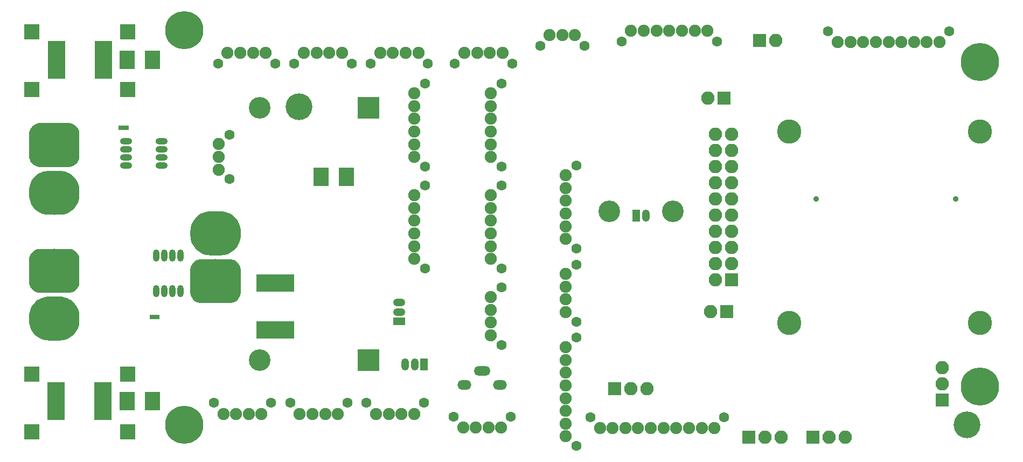
<source format=gbs>
G04 #@! TF.GenerationSoftware,KiCad,Pcbnew,(2017-08-27 revision e3c64f1f0)-makepkg*
G04 #@! TF.CreationDate,2017-09-07T11:52:54+02:00*
G04 #@! TF.ProjectId,Breakout-Platine-Cube,427265616B6F75742D506C6174696E65,rev?*
G04 #@! TF.SameCoordinates,Original*
G04 #@! TF.FileFunction,Soldermask,Bot*
G04 #@! TF.FilePolarity,Negative*
%FSLAX46Y46*%
G04 Gerber Fmt 4.6, Leading zero omitted, Abs format (unit mm)*
G04 Created by KiCad (PCBNEW (2017-08-27 revision e3c64f1f0)-makepkg) date 09/07/17 11:52:54*
%MOMM*%
%LPD*%
G01*
G04 APERTURE LIST*
%ADD10C,1.600000*%
%ADD11C,1.900000*%
%ADD12C,6.000000*%
%ADD13R,0.850000X0.800000*%
%ADD14O,1.900000X1.200000*%
%ADD15R,1.900000X1.200000*%
%ADD16C,4.200000*%
%ADD17C,0.900000*%
%ADD18C,3.800000*%
%ADD19O,1.009600X1.873200*%
%ADD20O,1.200000X1.900000*%
%ADD21R,1.200000X1.900000*%
%ADD22C,3.400000*%
%ADD23R,2.100000X2.100000*%
%ADD24O,2.100000X2.100000*%
%ADD25R,2.400000X2.900000*%
%ADD26R,6.000000X2.700000*%
%ADD27R,2.700000X6.000000*%
%ADD28O,2.600000X1.500000*%
%ADD29O,2.200000X1.500000*%
%ADD30C,0.100000*%
%ADD31C,6.900000*%
%ADD32R,3.400000X3.400000*%
%ADD33R,2.400000X2.400000*%
%ADD34O,1.873200X1.009600*%
G04 APERTURE END LIST*
D10*
X238845618Y-140722266D03*
X238845618Y-131722266D03*
D11*
X237145618Y-139222266D03*
X237145618Y-137222266D03*
X237145618Y-135222266D03*
X237145618Y-133222266D03*
D12*
X189000000Y-153300000D03*
X189000000Y-91300000D03*
X314000000Y-96300000D03*
X314000000Y-147300000D03*
D13*
X184640000Y-136330000D03*
X183940000Y-136330000D03*
X179800000Y-106650000D03*
X179100000Y-106650000D03*
D14*
X222730000Y-134060000D03*
X222730000Y-135560000D03*
D15*
X222730000Y-137060000D03*
D16*
X207000000Y-103300000D03*
X312000000Y-153300000D03*
D17*
X288250832Y-117850000D03*
X310250832Y-117850000D03*
D18*
X314050000Y-107250000D03*
X284050000Y-107250000D03*
X314050000Y-137250000D03*
X284050000Y-137250000D03*
D10*
X250600000Y-137100000D03*
X250600000Y-128100000D03*
D11*
X248900000Y-135600000D03*
X248900000Y-133600000D03*
X248900000Y-131600000D03*
X248900000Y-129600000D03*
D19*
X184550000Y-126700000D03*
X185820000Y-126700000D03*
X187090000Y-126700000D03*
X188360000Y-126700000D03*
X188360000Y-132288000D03*
X187090000Y-132288000D03*
X185820000Y-132288000D03*
X184550000Y-132288000D03*
D11*
X248900000Y-124100000D03*
X248900000Y-122100000D03*
D10*
X250600000Y-125600000D03*
X250600000Y-112600000D03*
D11*
X248900000Y-120100000D03*
X248900000Y-118100000D03*
X248900000Y-116100000D03*
X248900000Y-114100000D03*
X272300000Y-153800000D03*
X268300000Y-153800000D03*
X270300000Y-153800000D03*
X264300000Y-153800000D03*
X266300000Y-153800000D03*
X262300000Y-153800000D03*
D10*
X273800000Y-152100000D03*
X252800000Y-152100000D03*
D11*
X260300000Y-153800000D03*
X258300000Y-153800000D03*
X256300000Y-153800000D03*
X254300000Y-153800000D03*
X248900000Y-155100000D03*
X248900000Y-151100000D03*
X248900000Y-153100000D03*
X248900000Y-149100000D03*
D10*
X250600000Y-156600000D03*
X250600000Y-139600000D03*
D11*
X248900000Y-147100000D03*
X248900000Y-145100000D03*
X248900000Y-143100000D03*
X248900000Y-141100000D03*
D20*
X223695618Y-143772266D03*
X225195618Y-143772266D03*
D21*
X226695618Y-143772266D03*
D10*
X244900000Y-93800000D03*
X251900000Y-93800000D03*
D11*
X246400000Y-92100000D03*
X248400000Y-92100000D03*
X250400000Y-92100000D03*
D10*
X196100000Y-114700000D03*
X196100000Y-107700000D03*
D11*
X194400000Y-113200000D03*
X194400000Y-111200000D03*
X194400000Y-109200000D03*
X225145618Y-111222266D03*
X225145618Y-109222266D03*
D10*
X226845618Y-112722266D03*
X226845618Y-99722266D03*
D11*
X225145618Y-107222266D03*
X225145618Y-105222266D03*
X225145618Y-103222266D03*
X225145618Y-101222266D03*
X237145618Y-111222266D03*
X237145618Y-109222266D03*
D10*
X238845618Y-112722266D03*
X238845618Y-99722266D03*
D11*
X237145618Y-107222266D03*
X237145618Y-105222266D03*
X237145618Y-103222266D03*
X237145618Y-101222266D03*
X237145618Y-127222266D03*
X237145618Y-125222266D03*
D10*
X238845618Y-128722266D03*
X238845618Y-115722266D03*
D11*
X237145618Y-123222266D03*
X237145618Y-121222266D03*
X237145618Y-119222266D03*
X237145618Y-117222266D03*
X225145618Y-127222266D03*
X225145618Y-125222266D03*
D10*
X226845618Y-128722266D03*
X226845618Y-115722266D03*
D11*
X225145618Y-123222266D03*
X225145618Y-121222266D03*
X225145618Y-119222266D03*
X225145618Y-117222266D03*
D10*
X226622266Y-149854382D03*
X217622266Y-149854382D03*
D11*
X225122266Y-151554382D03*
X223122266Y-151554382D03*
X221122266Y-151554382D03*
X219122266Y-151554382D03*
D10*
X231500000Y-96600000D03*
X240500000Y-96600000D03*
D11*
X233000000Y-94900000D03*
X235000000Y-94900000D03*
X237000000Y-94900000D03*
X239000000Y-94900000D03*
D10*
X194277734Y-96545618D03*
X203277734Y-96545618D03*
D11*
X195777734Y-94845618D03*
X197777734Y-94845618D03*
X199777734Y-94845618D03*
X201777734Y-94845618D03*
D10*
X202622266Y-149854382D03*
X193622266Y-149854382D03*
D11*
X201122266Y-151554382D03*
X199122266Y-151554382D03*
X197122266Y-151554382D03*
X195122266Y-151554382D03*
D10*
X218277734Y-96545618D03*
X227277734Y-96545618D03*
D11*
X219777734Y-94845618D03*
X221777734Y-94845618D03*
X223777734Y-94845618D03*
X225777734Y-94845618D03*
D10*
X240300000Y-152000000D03*
X231300000Y-152000000D03*
D11*
X238800000Y-153700000D03*
X236800000Y-153700000D03*
X234800000Y-153700000D03*
X232800000Y-153700000D03*
D10*
X206277734Y-96545618D03*
X215277734Y-96545618D03*
D11*
X207777734Y-94845618D03*
X209777734Y-94845618D03*
X211777734Y-94845618D03*
X213777734Y-94845618D03*
D10*
X214622266Y-149854382D03*
X205622266Y-149854382D03*
D11*
X213122266Y-151554382D03*
X211122266Y-151554382D03*
X209122266Y-151554382D03*
X207122266Y-151554382D03*
D22*
X255750000Y-119750000D03*
X265750000Y-119750000D03*
D23*
X273790000Y-102000000D03*
D24*
X271250000Y-102000000D03*
D25*
X214500000Y-114300000D03*
X210500000Y-114300000D03*
X180000000Y-149600000D03*
X184000000Y-149600000D03*
X184000000Y-96000000D03*
X180000000Y-96000000D03*
D26*
X203290000Y-138390000D03*
X203290000Y-130990000D03*
D27*
X176200000Y-149600000D03*
X168800000Y-149600000D03*
X168900000Y-96000000D03*
X176300000Y-96000000D03*
D28*
X235800000Y-144850000D03*
D29*
X233000000Y-147000000D03*
X238600000Y-147000000D03*
D24*
X272460000Y-107640000D03*
X275000000Y-107640000D03*
X272460000Y-110180000D03*
X275000000Y-110180000D03*
X272460000Y-112720000D03*
X275000000Y-112720000D03*
X272460000Y-115260000D03*
X275000000Y-115260000D03*
X272460000Y-117800000D03*
X275000000Y-117800000D03*
X272460000Y-120340000D03*
X275000000Y-120340000D03*
X272460000Y-122880000D03*
X275000000Y-122880000D03*
X272460000Y-125420000D03*
X275000000Y-125420000D03*
X272460000Y-127960000D03*
X275000000Y-127960000D03*
X272460000Y-130500000D03*
D23*
X275000000Y-130500000D03*
D24*
X271710000Y-135500000D03*
D23*
X274250000Y-135500000D03*
D24*
X261740000Y-147600000D03*
X259200000Y-147600000D03*
D23*
X256660000Y-147600000D03*
D30*
G36*
X195039343Y-119784951D02*
X195340755Y-119829662D01*
X195636334Y-119903700D01*
X195923232Y-120006354D01*
X196198687Y-120136634D01*
X196460046Y-120293287D01*
X196704791Y-120474803D01*
X196930567Y-120679433D01*
X197135197Y-120905209D01*
X197316713Y-121149954D01*
X197473366Y-121411313D01*
X197603646Y-121686768D01*
X197706300Y-121973666D01*
X197780338Y-122269245D01*
X197825049Y-122570657D01*
X197840000Y-122875000D01*
X197840000Y-123565000D01*
X197825049Y-123869343D01*
X197780338Y-124170755D01*
X197706300Y-124466334D01*
X197603646Y-124753232D01*
X197473366Y-125028687D01*
X197316713Y-125290046D01*
X197135197Y-125534791D01*
X196930567Y-125760567D01*
X196704791Y-125965197D01*
X196460046Y-126146713D01*
X196198687Y-126303366D01*
X195923232Y-126433646D01*
X195636334Y-126536300D01*
X195340755Y-126610338D01*
X195039343Y-126655049D01*
X194735000Y-126670000D01*
X193045000Y-126670000D01*
X192740657Y-126655049D01*
X192439245Y-126610338D01*
X192143666Y-126536300D01*
X191856768Y-126433646D01*
X191581313Y-126303366D01*
X191319954Y-126146713D01*
X191075209Y-125965197D01*
X190849433Y-125760567D01*
X190644803Y-125534791D01*
X190463287Y-125290046D01*
X190306634Y-125028687D01*
X190176354Y-124753232D01*
X190073700Y-124466334D01*
X189999662Y-124170755D01*
X189954951Y-123869343D01*
X189940000Y-123565000D01*
X189940000Y-122875000D01*
X189954951Y-122570657D01*
X189999662Y-122269245D01*
X190073700Y-121973666D01*
X190176354Y-121686768D01*
X190306634Y-121411313D01*
X190463287Y-121149954D01*
X190644803Y-120905209D01*
X190849433Y-120679433D01*
X191075209Y-120474803D01*
X191319954Y-120293287D01*
X191581313Y-120136634D01*
X191856768Y-120006354D01*
X192143666Y-119903700D01*
X192439245Y-119829662D01*
X192740657Y-119784951D01*
X193045000Y-119770000D01*
X194735000Y-119770000D01*
X195039343Y-119784951D01*
X195039343Y-119784951D01*
G37*
D31*
X193890000Y-123220000D03*
D30*
G36*
X196284080Y-127278306D02*
X196451531Y-127303145D01*
X196615741Y-127344278D01*
X196775129Y-127401308D01*
X196928159Y-127473686D01*
X197073359Y-127560715D01*
X197209328Y-127661557D01*
X197334759Y-127775241D01*
X197448443Y-127900672D01*
X197549285Y-128036641D01*
X197636314Y-128181841D01*
X197708692Y-128334871D01*
X197765722Y-128494259D01*
X197806855Y-128658469D01*
X197831694Y-128825920D01*
X197840000Y-128995000D01*
X197840000Y-132445000D01*
X197831694Y-132614080D01*
X197806855Y-132781531D01*
X197765722Y-132945741D01*
X197708692Y-133105129D01*
X197636314Y-133258159D01*
X197549285Y-133403359D01*
X197448443Y-133539328D01*
X197334759Y-133664759D01*
X197209328Y-133778443D01*
X197073359Y-133879285D01*
X196928159Y-133966314D01*
X196775129Y-134038692D01*
X196615741Y-134095722D01*
X196451531Y-134136855D01*
X196284080Y-134161694D01*
X196115000Y-134170000D01*
X191665000Y-134170000D01*
X191495920Y-134161694D01*
X191328469Y-134136855D01*
X191164259Y-134095722D01*
X191004871Y-134038692D01*
X190851841Y-133966314D01*
X190706641Y-133879285D01*
X190570672Y-133778443D01*
X190445241Y-133664759D01*
X190331557Y-133539328D01*
X190230715Y-133403359D01*
X190143686Y-133258159D01*
X190071308Y-133105129D01*
X190014278Y-132945741D01*
X189973145Y-132781531D01*
X189948306Y-132614080D01*
X189940000Y-132445000D01*
X189940000Y-128995000D01*
X189948306Y-128825920D01*
X189973145Y-128658469D01*
X190014278Y-128494259D01*
X190071308Y-128334871D01*
X190143686Y-128181841D01*
X190230715Y-128036641D01*
X190331557Y-127900672D01*
X190445241Y-127775241D01*
X190570672Y-127661557D01*
X190706641Y-127560715D01*
X190851841Y-127473686D01*
X191004871Y-127401308D01*
X191164259Y-127344278D01*
X191328469Y-127303145D01*
X191495920Y-127278306D01*
X191665000Y-127270000D01*
X196115000Y-127270000D01*
X196284080Y-127278306D01*
X196284080Y-127278306D01*
G37*
D31*
X193890000Y-130720000D03*
D30*
G36*
X169699343Y-113414951D02*
X170000755Y-113459662D01*
X170296334Y-113533700D01*
X170583232Y-113636354D01*
X170858687Y-113766634D01*
X171120046Y-113923287D01*
X171364791Y-114104803D01*
X171590567Y-114309433D01*
X171795197Y-114535209D01*
X171976713Y-114779954D01*
X172133366Y-115041313D01*
X172263646Y-115316768D01*
X172366300Y-115603666D01*
X172440338Y-115899245D01*
X172485049Y-116200657D01*
X172500000Y-116505000D01*
X172500000Y-117195000D01*
X172485049Y-117499343D01*
X172440338Y-117800755D01*
X172366300Y-118096334D01*
X172263646Y-118383232D01*
X172133366Y-118658687D01*
X171976713Y-118920046D01*
X171795197Y-119164791D01*
X171590567Y-119390567D01*
X171364791Y-119595197D01*
X171120046Y-119776713D01*
X170858687Y-119933366D01*
X170583232Y-120063646D01*
X170296334Y-120166300D01*
X170000755Y-120240338D01*
X169699343Y-120285049D01*
X169395000Y-120300000D01*
X167705000Y-120300000D01*
X167400657Y-120285049D01*
X167099245Y-120240338D01*
X166803666Y-120166300D01*
X166516768Y-120063646D01*
X166241313Y-119933366D01*
X165979954Y-119776713D01*
X165735209Y-119595197D01*
X165509433Y-119390567D01*
X165304803Y-119164791D01*
X165123287Y-118920046D01*
X164966634Y-118658687D01*
X164836354Y-118383232D01*
X164733700Y-118096334D01*
X164659662Y-117800755D01*
X164614951Y-117499343D01*
X164600000Y-117195000D01*
X164600000Y-116505000D01*
X164614951Y-116200657D01*
X164659662Y-115899245D01*
X164733700Y-115603666D01*
X164836354Y-115316768D01*
X164966634Y-115041313D01*
X165123287Y-114779954D01*
X165304803Y-114535209D01*
X165509433Y-114309433D01*
X165735209Y-114104803D01*
X165979954Y-113923287D01*
X166241313Y-113766634D01*
X166516768Y-113636354D01*
X166803666Y-113533700D01*
X167099245Y-113459662D01*
X167400657Y-113414951D01*
X167705000Y-113400000D01*
X169395000Y-113400000D01*
X169699343Y-113414951D01*
X169699343Y-113414951D01*
G37*
D31*
X168550000Y-116850000D03*
D30*
G36*
X170944080Y-105908306D02*
X171111531Y-105933145D01*
X171275741Y-105974278D01*
X171435129Y-106031308D01*
X171588159Y-106103686D01*
X171733359Y-106190715D01*
X171869328Y-106291557D01*
X171994759Y-106405241D01*
X172108443Y-106530672D01*
X172209285Y-106666641D01*
X172296314Y-106811841D01*
X172368692Y-106964871D01*
X172425722Y-107124259D01*
X172466855Y-107288469D01*
X172491694Y-107455920D01*
X172500000Y-107625000D01*
X172500000Y-111075000D01*
X172491694Y-111244080D01*
X172466855Y-111411531D01*
X172425722Y-111575741D01*
X172368692Y-111735129D01*
X172296314Y-111888159D01*
X172209285Y-112033359D01*
X172108443Y-112169328D01*
X171994759Y-112294759D01*
X171869328Y-112408443D01*
X171733359Y-112509285D01*
X171588159Y-112596314D01*
X171435129Y-112668692D01*
X171275741Y-112725722D01*
X171111531Y-112766855D01*
X170944080Y-112791694D01*
X170775000Y-112800000D01*
X166325000Y-112800000D01*
X166155920Y-112791694D01*
X165988469Y-112766855D01*
X165824259Y-112725722D01*
X165664871Y-112668692D01*
X165511841Y-112596314D01*
X165366641Y-112509285D01*
X165230672Y-112408443D01*
X165105241Y-112294759D01*
X164991557Y-112169328D01*
X164890715Y-112033359D01*
X164803686Y-111888159D01*
X164731308Y-111735129D01*
X164674278Y-111575741D01*
X164633145Y-111411531D01*
X164608306Y-111244080D01*
X164600000Y-111075000D01*
X164600000Y-107625000D01*
X164608306Y-107455920D01*
X164633145Y-107288469D01*
X164674278Y-107124259D01*
X164731308Y-106964871D01*
X164803686Y-106811841D01*
X164890715Y-106666641D01*
X164991557Y-106530672D01*
X165105241Y-106405241D01*
X165230672Y-106291557D01*
X165366641Y-106190715D01*
X165511841Y-106103686D01*
X165664871Y-106031308D01*
X165824259Y-105974278D01*
X165988469Y-105933145D01*
X166155920Y-105908306D01*
X166325000Y-105900000D01*
X170775000Y-105900000D01*
X170944080Y-105908306D01*
X170944080Y-105908306D01*
G37*
D31*
X168550000Y-109350000D03*
D30*
G36*
X170944080Y-125658306D02*
X171111531Y-125683145D01*
X171275741Y-125724278D01*
X171435129Y-125781308D01*
X171588159Y-125853686D01*
X171733359Y-125940715D01*
X171869328Y-126041557D01*
X171994759Y-126155241D01*
X172108443Y-126280672D01*
X172209285Y-126416641D01*
X172296314Y-126561841D01*
X172368692Y-126714871D01*
X172425722Y-126874259D01*
X172466855Y-127038469D01*
X172491694Y-127205920D01*
X172500000Y-127375000D01*
X172500000Y-130825000D01*
X172491694Y-130994080D01*
X172466855Y-131161531D01*
X172425722Y-131325741D01*
X172368692Y-131485129D01*
X172296314Y-131638159D01*
X172209285Y-131783359D01*
X172108443Y-131919328D01*
X171994759Y-132044759D01*
X171869328Y-132158443D01*
X171733359Y-132259285D01*
X171588159Y-132346314D01*
X171435129Y-132418692D01*
X171275741Y-132475722D01*
X171111531Y-132516855D01*
X170944080Y-132541694D01*
X170775000Y-132550000D01*
X166325000Y-132550000D01*
X166155920Y-132541694D01*
X165988469Y-132516855D01*
X165824259Y-132475722D01*
X165664871Y-132418692D01*
X165511841Y-132346314D01*
X165366641Y-132259285D01*
X165230672Y-132158443D01*
X165105241Y-132044759D01*
X164991557Y-131919328D01*
X164890715Y-131783359D01*
X164803686Y-131638159D01*
X164731308Y-131485129D01*
X164674278Y-131325741D01*
X164633145Y-131161531D01*
X164608306Y-130994080D01*
X164600000Y-130825000D01*
X164600000Y-127375000D01*
X164608306Y-127205920D01*
X164633145Y-127038469D01*
X164674278Y-126874259D01*
X164731308Y-126714871D01*
X164803686Y-126561841D01*
X164890715Y-126416641D01*
X164991557Y-126280672D01*
X165105241Y-126155241D01*
X165230672Y-126041557D01*
X165366641Y-125940715D01*
X165511841Y-125853686D01*
X165664871Y-125781308D01*
X165824259Y-125724278D01*
X165988469Y-125683145D01*
X166155920Y-125658306D01*
X166325000Y-125650000D01*
X170775000Y-125650000D01*
X170944080Y-125658306D01*
X170944080Y-125658306D01*
G37*
D31*
X168550000Y-129100000D03*
D30*
G36*
X169699343Y-133164951D02*
X170000755Y-133209662D01*
X170296334Y-133283700D01*
X170583232Y-133386354D01*
X170858687Y-133516634D01*
X171120046Y-133673287D01*
X171364791Y-133854803D01*
X171590567Y-134059433D01*
X171795197Y-134285209D01*
X171976713Y-134529954D01*
X172133366Y-134791313D01*
X172263646Y-135066768D01*
X172366300Y-135353666D01*
X172440338Y-135649245D01*
X172485049Y-135950657D01*
X172500000Y-136255000D01*
X172500000Y-136945000D01*
X172485049Y-137249343D01*
X172440338Y-137550755D01*
X172366300Y-137846334D01*
X172263646Y-138133232D01*
X172133366Y-138408687D01*
X171976713Y-138670046D01*
X171795197Y-138914791D01*
X171590567Y-139140567D01*
X171364791Y-139345197D01*
X171120046Y-139526713D01*
X170858687Y-139683366D01*
X170583232Y-139813646D01*
X170296334Y-139916300D01*
X170000755Y-139990338D01*
X169699343Y-140035049D01*
X169395000Y-140050000D01*
X167705000Y-140050000D01*
X167400657Y-140035049D01*
X167099245Y-139990338D01*
X166803666Y-139916300D01*
X166516768Y-139813646D01*
X166241313Y-139683366D01*
X165979954Y-139526713D01*
X165735209Y-139345197D01*
X165509433Y-139140567D01*
X165304803Y-138914791D01*
X165123287Y-138670046D01*
X164966634Y-138408687D01*
X164836354Y-138133232D01*
X164733700Y-137846334D01*
X164659662Y-137550755D01*
X164614951Y-137249343D01*
X164600000Y-136945000D01*
X164600000Y-136255000D01*
X164614951Y-135950657D01*
X164659662Y-135649245D01*
X164733700Y-135353666D01*
X164836354Y-135066768D01*
X164966634Y-134791313D01*
X165123287Y-134529954D01*
X165304803Y-134285209D01*
X165509433Y-134059433D01*
X165735209Y-133854803D01*
X165979954Y-133673287D01*
X166241313Y-133516634D01*
X166516768Y-133386354D01*
X166803666Y-133283700D01*
X167099245Y-133209662D01*
X167400657Y-133164951D01*
X167705000Y-133150000D01*
X169395000Y-133150000D01*
X169699343Y-133164951D01*
X169699343Y-133164951D01*
G37*
D31*
X168550000Y-136600000D03*
D32*
X217900000Y-143100000D03*
X217900000Y-103500000D03*
D22*
X200800000Y-143100000D03*
X200800000Y-103500000D03*
D33*
X180050000Y-145350000D03*
X165050000Y-145350000D03*
X180050000Y-154350000D03*
X165050000Y-154350000D03*
X165050000Y-100600000D03*
X180050000Y-100600000D03*
X165050000Y-91600000D03*
X180050000Y-91600000D03*
D34*
X179798000Y-108790000D03*
X179798000Y-110060000D03*
X179798000Y-111330000D03*
X179798000Y-112600000D03*
X185386000Y-112600000D03*
X185386000Y-111330000D03*
X185386000Y-110060000D03*
X185386000Y-108790000D03*
D11*
X271200000Y-91400000D03*
X269200000Y-91400000D03*
X267200000Y-91400000D03*
X265200000Y-91400000D03*
D10*
X272700000Y-93100000D03*
X257700000Y-93100000D03*
D11*
X261200000Y-91400000D03*
X263200000Y-91400000D03*
X259200000Y-91400000D03*
D21*
X260000000Y-120450000D03*
D20*
X261500000Y-120450000D03*
D11*
X291680000Y-93150000D03*
X293680000Y-93150000D03*
X295680000Y-93150000D03*
X297680000Y-93150000D03*
D10*
X290180000Y-91450000D03*
X309180000Y-91450000D03*
D11*
X301680000Y-93150000D03*
X299680000Y-93150000D03*
X305680000Y-93150000D03*
X303680000Y-93150000D03*
X307680000Y-93150000D03*
D24*
X282820000Y-155250000D03*
X280280000Y-155250000D03*
D23*
X277740000Y-155250000D03*
D24*
X292870000Y-155210000D03*
X290330000Y-155210000D03*
D23*
X287790000Y-155210000D03*
D24*
X281950000Y-92900000D03*
D23*
X279410000Y-92900000D03*
D24*
X308120000Y-144320000D03*
X308120000Y-146860000D03*
D23*
X308120000Y-149400000D03*
M02*

</source>
